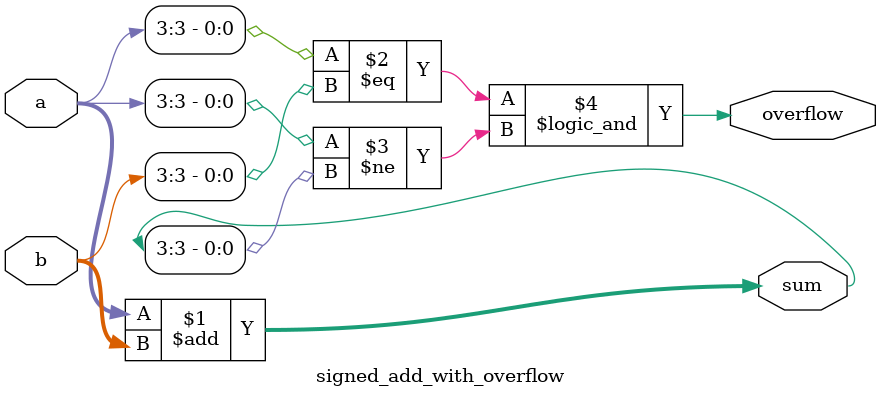
<source format=sv>

module add
(
  input  [3:0] a, b,
  output [3:0] sum
);

  assign sum = a + b;

endmodule

//----------------------------------------------------------------------------
// Task
//----------------------------------------------------------------------------

module signed_add_with_overflow
(
  input  [3:0] a, b,
  output [3:0] sum,
  output       overflow
);

  // Task:
  //
  // Implement a module that adds two signed numbers
  // and detects an overflow.
  //
  // By "signed" we mean "two's complement numbers".
  // See https://en.wikipedia.org/wiki/Two%27s_complement for details.
  //
  // The 'overflow' output bit should be set to 1
  // when the sum (either positive or negative)
  // of two input arguments does not fit into 4 bits.
  // Otherwise the 'overflow' should be set to 0.

  assign sum = a + b;
  assign overflow = (a[3] == b[3]) && (a[3] != sum[3]);

endmodule

</source>
